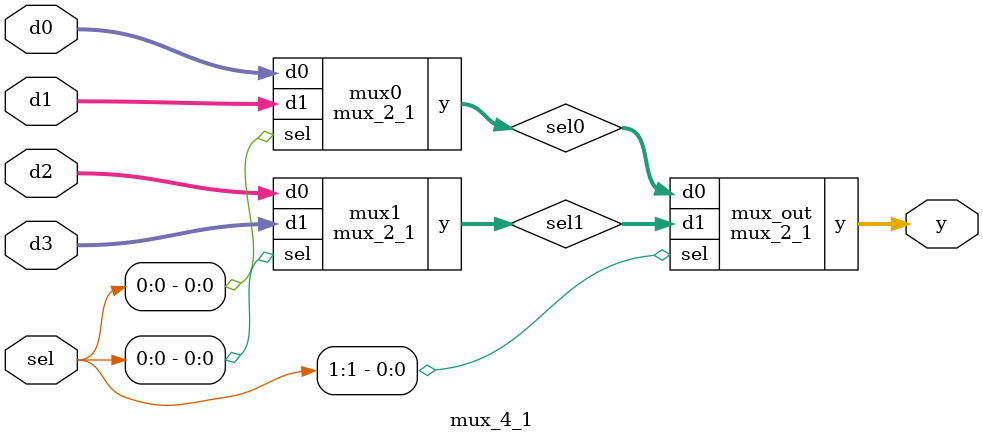
<source format=sv>

module mux_2_1
(
  input  [3:0] d0, d1,
  input        sel,
  output [3:0] y
);

  assign y = sel ? d1 : d0;

endmodule

//----------------------------------------------------------------------------
// Task
//----------------------------------------------------------------------------

module mux_4_1
(
  input  [3:0] d0, d1, d2, d3,
  input  [1:0] sel,
  output [3:0] y
);
  wire [3:0] sel1;
  wire [3:0] sel0;
  // Task:
  // Implement mux_4_1 using three instances of mux_2_1
  mux_2_1 mux0 (.d0(d0), .d1(d1), .sel(sel[0]), .y(sel0));
  mux_2_1 mux1 (.d0(d2), .d1(d3), .sel(sel[0]), .y(sel1));
  
  mux_2_1 mux_out (.d0(sel0), .d1(sel1), .sel(sel[1]), .y(y));

endmodule

</source>
